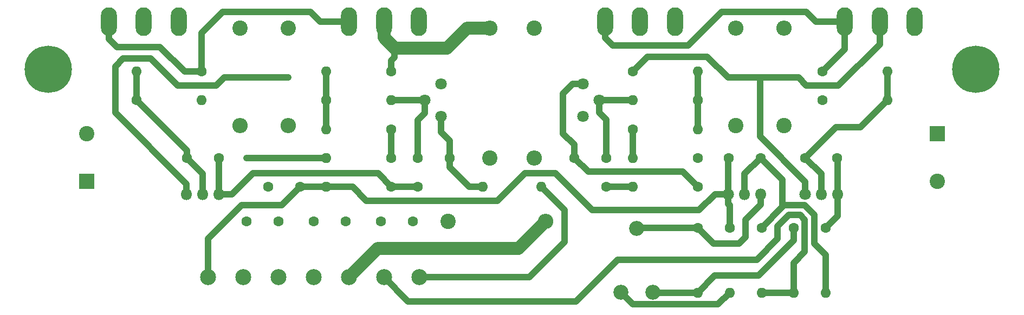
<source format=gbl>
G04 #@! TF.GenerationSoftware,KiCad,Pcbnew,(5.1.7)-1*
G04 #@! TF.CreationDate,2022-09-30T21:34:24+02:00*
G04 #@! TF.ProjectId,Endstufe,456e6473-7475-4666-952e-6b696361645f,rev?*
G04 #@! TF.SameCoordinates,Original*
G04 #@! TF.FileFunction,Copper,L2,Bot*
G04 #@! TF.FilePolarity,Positive*
%FSLAX46Y46*%
G04 Gerber Fmt 4.6, Leading zero omitted, Abs format (unit mm)*
G04 Created by KiCad (PCBNEW (5.1.7)-1) date 2022-09-30 21:34:24*
%MOMM*%
%LPD*%
G01*
G04 APERTURE LIST*
G04 #@! TA.AperFunction,ComponentPad*
%ADD10C,2.400000*%
G04 #@! TD*
G04 #@! TA.AperFunction,ComponentPad*
%ADD11O,2.400000X2.400000*%
G04 #@! TD*
G04 #@! TA.AperFunction,ComponentPad*
%ADD12C,2.500000*%
G04 #@! TD*
G04 #@! TA.AperFunction,ComponentPad*
%ADD13R,2.400000X2.400000*%
G04 #@! TD*
G04 #@! TA.AperFunction,ComponentPad*
%ADD14C,1.800000*%
G04 #@! TD*
G04 #@! TA.AperFunction,ComponentPad*
%ADD15O,1.800000X1.800000*%
G04 #@! TD*
G04 #@! TA.AperFunction,ComponentPad*
%ADD16C,1.600000*%
G04 #@! TD*
G04 #@! TA.AperFunction,ComponentPad*
%ADD17O,1.600000X1.600000*%
G04 #@! TD*
G04 #@! TA.AperFunction,ComponentPad*
%ADD18C,2.340000*%
G04 #@! TD*
G04 #@! TA.AperFunction,ComponentPad*
%ADD19O,2.500000X4.500000*%
G04 #@! TD*
G04 #@! TA.AperFunction,ComponentPad*
%ADD20C,7.400000*%
G04 #@! TD*
G04 #@! TA.AperFunction,ViaPad*
%ADD21C,1.000000*%
G04 #@! TD*
G04 #@! TA.AperFunction,Conductor*
%ADD22C,1.000000*%
G04 #@! TD*
G04 #@! TA.AperFunction,Conductor*
%ADD23C,2.000000*%
G04 #@! TD*
G04 APERTURE END LIST*
D10*
X92500000Y-58750000D03*
D11*
X107740000Y-58750000D03*
D12*
X88000000Y-67500000D03*
X82500000Y-67500000D03*
X77000000Y-67500000D03*
X71500000Y-67500000D03*
X66000000Y-67500000D03*
X60500000Y-67500000D03*
X55000000Y-67500000D03*
D13*
X169000000Y-45000000D03*
D10*
X169000000Y-52500000D03*
X67500000Y-28500000D03*
D11*
X67500000Y-43740000D03*
D10*
X60000000Y-28500000D03*
D11*
X60000000Y-43740000D03*
D10*
X145000000Y-43740000D03*
D11*
X145000000Y-28500000D03*
D10*
X137500000Y-43740000D03*
D11*
X137500000Y-28500000D03*
D13*
X36000000Y-52500000D03*
D10*
X36000000Y-45000000D03*
D14*
X148300000Y-54500000D03*
D15*
X150840000Y-54500000D03*
X153380000Y-54500000D03*
D14*
X136300000Y-54500000D03*
D15*
X138840000Y-54500000D03*
X141380000Y-54500000D03*
D16*
X153340000Y-48820000D03*
X148340000Y-48820000D03*
X83660000Y-53320000D03*
D17*
X73500000Y-53320000D03*
D16*
X87750000Y-53320000D03*
D17*
X97910000Y-53320000D03*
D16*
X51660000Y-48820000D03*
X56660000Y-48820000D03*
X69410000Y-53320000D03*
X64410000Y-53320000D03*
X71500000Y-58750000D03*
X76500000Y-58750000D03*
X66000000Y-58750000D03*
X61000000Y-58750000D03*
X131500000Y-53320000D03*
D17*
X121340000Y-53320000D03*
D16*
X117250000Y-53320000D03*
D17*
X107090000Y-53320000D03*
D16*
X82000000Y-58750000D03*
X87000000Y-58750000D03*
X141500000Y-59750000D03*
D17*
X141500000Y-69910000D03*
D16*
X136500000Y-59750000D03*
D17*
X136500000Y-69910000D03*
D16*
X146500000Y-59750000D03*
D17*
X146500000Y-69910000D03*
D16*
X131500000Y-59750000D03*
D17*
X131500000Y-69910000D03*
D18*
X119500000Y-69830000D03*
X122000000Y-59830000D03*
X124500000Y-69830000D03*
D16*
X141340000Y-48820000D03*
X136340000Y-48820000D03*
D14*
X88860000Y-39820000D03*
X91400000Y-42360000D03*
X91400000Y-37280000D03*
X116140000Y-39820000D03*
X113600000Y-37280000D03*
X113600000Y-42360000D03*
D16*
X83660000Y-35320000D03*
D17*
X73500000Y-35320000D03*
D16*
X83660000Y-44320000D03*
D17*
X73500000Y-44320000D03*
D16*
X73500000Y-39820000D03*
D17*
X83660000Y-39820000D03*
D16*
X121340000Y-35320000D03*
D17*
X131500000Y-35320000D03*
D16*
X121340000Y-44320000D03*
D17*
X131500000Y-44320000D03*
D16*
X131500000Y-39820000D03*
D17*
X121340000Y-39820000D03*
D16*
X83660000Y-48820000D03*
D17*
X73500000Y-48820000D03*
D16*
X131500000Y-48820000D03*
D17*
X121340000Y-48820000D03*
D16*
X87750000Y-48820000D03*
X92750000Y-48820000D03*
X117250000Y-48820000D03*
X112250000Y-48820000D03*
X54000000Y-35320000D03*
D17*
X43840000Y-35320000D03*
D16*
X43840000Y-39820000D03*
D17*
X54000000Y-39820000D03*
D16*
X151000000Y-35320000D03*
D17*
X161160000Y-35320000D03*
D16*
X151000000Y-39820000D03*
D17*
X161160000Y-39820000D03*
D16*
X151500000Y-59750000D03*
D17*
X151500000Y-69910000D03*
D15*
X51620000Y-54500000D03*
X54160000Y-54500000D03*
X56700000Y-54500000D03*
D10*
X99000000Y-48820000D03*
D11*
X99000000Y-28500000D03*
D10*
X106000000Y-28500000D03*
D11*
X106000000Y-48820000D03*
D19*
X77050000Y-27500000D03*
X82500000Y-27500000D03*
X87950000Y-27500000D03*
X39500000Y-27500000D03*
X44950000Y-27500000D03*
X50400000Y-27500000D03*
X154500000Y-27500000D03*
X159950000Y-27500000D03*
X165400000Y-27500000D03*
X117050000Y-27500000D03*
X122500000Y-27500000D03*
X127950000Y-27500000D03*
D20*
X175000000Y-35000000D03*
X30000000Y-35000000D03*
D21*
X61000000Y-48820000D03*
X67500000Y-36250000D03*
D22*
X117050000Y-30050000D02*
X117050000Y-27500000D01*
X118250000Y-31250000D02*
X117050000Y-30050000D01*
X154500000Y-27500000D02*
X154500000Y-31820000D01*
X154500000Y-31820000D02*
X151000000Y-35320000D01*
X154500000Y-27500000D02*
X150000000Y-27500000D01*
X150000000Y-27500000D02*
X148500000Y-26000000D01*
X137750000Y-26000000D02*
X135250000Y-26000000D01*
X135250000Y-26000000D02*
X130000000Y-31250000D01*
X130000000Y-31250000D02*
X118250000Y-31250000D01*
X148500000Y-26000000D02*
X137750000Y-26000000D01*
X39500000Y-30250000D02*
X39500000Y-27500000D01*
X40750000Y-31500000D02*
X39500000Y-30250000D01*
X54000000Y-29250000D02*
X54000000Y-35320000D01*
X57250000Y-26000000D02*
X54000000Y-29250000D01*
X71000000Y-26000000D02*
X57250000Y-26000000D01*
X72500000Y-27500000D02*
X71000000Y-26000000D01*
X77050000Y-27500000D02*
X72500000Y-27500000D01*
X51320000Y-35320000D02*
X47500000Y-31500000D01*
X54000000Y-35320000D02*
X51320000Y-35320000D01*
X47500000Y-31500000D02*
X40750000Y-31500000D01*
X73500000Y-48820000D02*
X61000000Y-48820000D01*
X121340000Y-44320000D02*
X121340000Y-48820000D01*
X83660000Y-44320000D02*
X83660000Y-48820000D01*
X131500000Y-35320000D02*
X131500000Y-44320000D01*
X121340000Y-35320000D02*
X123660000Y-33000000D01*
X159950000Y-31050000D02*
X153500000Y-37500000D01*
X159950000Y-27500000D02*
X159950000Y-31050000D01*
X153500000Y-37500000D02*
X148500000Y-37500000D01*
X148500000Y-37500000D02*
X147250000Y-36250000D01*
X136250000Y-36250000D02*
X133000000Y-33000000D01*
X133000000Y-33000000D02*
X123660000Y-33000000D01*
X141250000Y-36250000D02*
X136250000Y-36250000D01*
X147250000Y-36250000D02*
X141250000Y-36250000D01*
X148300000Y-52550000D02*
X148300000Y-54500000D01*
X141250000Y-45500000D02*
X148300000Y-52550000D01*
X141250000Y-36250000D02*
X141250000Y-45500000D01*
X73500000Y-35320000D02*
X73500000Y-44320000D01*
X46000000Y-33250000D02*
X50250000Y-37500000D01*
X41750000Y-33250000D02*
X46000000Y-33250000D01*
X40500000Y-34500000D02*
X41750000Y-33250000D01*
X40500000Y-41750000D02*
X40500000Y-34500000D01*
X51620000Y-52870000D02*
X40500000Y-41750000D01*
X51620000Y-54500000D02*
X51620000Y-52870000D01*
X67500000Y-36250000D02*
X57500000Y-36250000D01*
X56250000Y-37500000D02*
X50250000Y-37500000D01*
X57500000Y-36250000D02*
X56250000Y-37500000D01*
D23*
X82500000Y-27500000D02*
X82500000Y-30000000D01*
X95500000Y-28500000D02*
X99000000Y-28500000D01*
X84125000Y-31625000D02*
X82500000Y-30000000D01*
X92375000Y-31625000D02*
X84125000Y-31625000D01*
X92375000Y-31625000D02*
X95500000Y-28500000D01*
D22*
X83660000Y-35320000D02*
X83660000Y-33590000D01*
X84125000Y-33125000D02*
X84125000Y-31625000D01*
X83660000Y-33590000D02*
X84125000Y-33125000D01*
X138840000Y-51320000D02*
X141340000Y-48820000D01*
X138840000Y-54500000D02*
X138840000Y-51320000D01*
X151500000Y-69910000D02*
X151500000Y-64000000D01*
X143750000Y-51230000D02*
X141340000Y-48820000D01*
X149750000Y-62250000D02*
X149750000Y-57750000D01*
X151500000Y-64000000D02*
X149750000Y-62250000D01*
X149750000Y-57750000D02*
X148250000Y-56250000D01*
X148250000Y-56250000D02*
X144750000Y-56250000D01*
X144750000Y-52230000D02*
X143750000Y-51230000D01*
X144750000Y-56250000D02*
X144750000Y-52230000D01*
X144750000Y-56500000D02*
X141500000Y-59750000D01*
X144750000Y-56250000D02*
X144750000Y-56500000D01*
X121394990Y-71724990D02*
X119500000Y-69830000D01*
X134685010Y-71724990D02*
X121394990Y-71724990D01*
X136500000Y-69910000D02*
X134685010Y-71724990D01*
X122080000Y-59750000D02*
X122000000Y-59830000D01*
X131500000Y-59750000D02*
X122080000Y-59750000D01*
X131500000Y-59750000D02*
X134000000Y-62250000D01*
X134000000Y-62250000D02*
X138000000Y-62250000D01*
X138000000Y-62250000D02*
X139000000Y-61250000D01*
X139000000Y-61250000D02*
X139000000Y-58500000D01*
X141380000Y-56120000D02*
X141380000Y-54500000D01*
X139000000Y-58500000D02*
X141380000Y-56120000D01*
X124580000Y-69910000D02*
X124500000Y-69830000D01*
X131500000Y-69910000D02*
X124580000Y-69910000D01*
X146500000Y-61750000D02*
X146500000Y-59750000D01*
X141045000Y-67205000D02*
X146500000Y-61750000D01*
X134205000Y-67205000D02*
X141045000Y-67205000D01*
X131500000Y-69910000D02*
X134205000Y-67205000D01*
D23*
X77000000Y-67500000D02*
X81500000Y-63000000D01*
X103490000Y-63000000D02*
X107740000Y-58750000D01*
X81500000Y-63000000D02*
X103490000Y-63000000D01*
D22*
X117250000Y-53320000D02*
X121340000Y-53320000D01*
X88000000Y-67500000D02*
X105250000Y-67500000D01*
X105250000Y-67500000D02*
X110750000Y-62000000D01*
X110750000Y-56980000D02*
X107090000Y-53320000D01*
X110750000Y-62000000D02*
X110750000Y-56980000D01*
X146500000Y-69910000D02*
X141500000Y-69910000D01*
X146500000Y-65250000D02*
X146500000Y-69910000D01*
X148250000Y-63500000D02*
X146500000Y-65250000D01*
X148250000Y-58500000D02*
X148250000Y-63500000D01*
X147500000Y-57750000D02*
X148250000Y-58500000D01*
X145750000Y-57750000D02*
X147500000Y-57750000D01*
X144000000Y-59500000D02*
X145750000Y-57750000D01*
X140750000Y-64750000D02*
X144000000Y-61500000D01*
X144000000Y-61500000D02*
X144000000Y-59500000D01*
X82500000Y-67500000D02*
X86250000Y-71250000D01*
X86250000Y-71250000D02*
X112500000Y-71250000D01*
X119000000Y-64750000D02*
X140750000Y-64750000D01*
X112500000Y-71250000D02*
X119000000Y-64750000D01*
X136500000Y-59750000D02*
X136500000Y-56250000D01*
X136300000Y-56050000D02*
X136300000Y-54500000D01*
X136500000Y-56250000D02*
X136300000Y-56050000D01*
X136300000Y-48860000D02*
X136340000Y-48820000D01*
X136300000Y-54500000D02*
X136300000Y-48860000D01*
X69410000Y-53320000D02*
X73500000Y-53320000D01*
X73500000Y-53320000D02*
X77570000Y-53320000D01*
X77570000Y-53320000D02*
X79750000Y-55500000D01*
X136300000Y-54500000D02*
X134250000Y-54500000D01*
X131750000Y-57000000D02*
X115000000Y-57000000D01*
X134250000Y-54500000D02*
X131750000Y-57000000D01*
X115000000Y-57000000D02*
X109250000Y-51250000D01*
X109250000Y-51250000D02*
X104500000Y-51250000D01*
X100250000Y-55500000D02*
X79750000Y-55500000D01*
X104500000Y-51250000D02*
X100250000Y-55500000D01*
X66480000Y-56250000D02*
X69410000Y-53320000D01*
X60250000Y-56250000D02*
X66480000Y-56250000D01*
X55000000Y-61500000D02*
X60250000Y-56250000D01*
X55000000Y-67500000D02*
X55000000Y-61500000D01*
X43840000Y-35320000D02*
X43840000Y-39820000D01*
X54160000Y-51320000D02*
X51660000Y-48820000D01*
X54160000Y-54500000D02*
X54160000Y-51320000D01*
X51660000Y-47640000D02*
X43840000Y-39820000D01*
X51660000Y-48820000D02*
X51660000Y-47640000D01*
X87750000Y-53320000D02*
X83660000Y-53320000D01*
X56700000Y-48860000D02*
X56660000Y-48820000D01*
X56700000Y-54500000D02*
X56700000Y-48860000D01*
X56700000Y-54500000D02*
X58750000Y-54500000D01*
X58750000Y-54500000D02*
X62000000Y-51250000D01*
X81590000Y-51250000D02*
X83660000Y-53320000D01*
X62000000Y-51250000D02*
X81590000Y-51250000D01*
X153380000Y-48860000D02*
X153340000Y-48820000D01*
X153380000Y-54500000D02*
X153380000Y-48860000D01*
X153380000Y-57870000D02*
X151500000Y-59750000D01*
X153380000Y-54500000D02*
X153380000Y-57870000D01*
X161160000Y-35320000D02*
X161160000Y-39820000D01*
X150840000Y-51320000D02*
X148340000Y-48820000D01*
X150840000Y-54500000D02*
X150840000Y-51320000D01*
X148340000Y-48820000D02*
X153160000Y-44000000D01*
X156980000Y-44000000D02*
X161160000Y-39820000D01*
X153160000Y-44000000D02*
X156980000Y-44000000D01*
X121340000Y-39820000D02*
X116140000Y-39820000D01*
X117250000Y-48820000D02*
X117250000Y-42850000D01*
X116140000Y-41740000D02*
X116140000Y-39820000D01*
X117250000Y-42850000D02*
X116140000Y-41740000D01*
X112250000Y-48820000D02*
X112250000Y-46750000D01*
X112250000Y-46750000D02*
X110500000Y-45000000D01*
X110500000Y-45000000D02*
X110500000Y-38750000D01*
X111970000Y-37280000D02*
X113600000Y-37280000D01*
X110500000Y-38750000D02*
X111970000Y-37280000D01*
X112250000Y-48820000D02*
X114430000Y-51000000D01*
X129180000Y-51000000D02*
X131500000Y-53320000D01*
X114430000Y-51000000D02*
X129180000Y-51000000D01*
X88860000Y-39820000D02*
X83660000Y-39820000D01*
X87750000Y-48820000D02*
X87750000Y-42950000D01*
X88860000Y-41840000D02*
X88860000Y-39820000D01*
X87750000Y-42950000D02*
X88860000Y-41840000D01*
X92750000Y-48820000D02*
X92750000Y-46150000D01*
X91400000Y-44800000D02*
X91400000Y-42360000D01*
X92750000Y-46150000D02*
X91400000Y-44800000D01*
X97910000Y-53320000D02*
X95820000Y-53320000D01*
X92750000Y-50250000D02*
X92750000Y-48820000D01*
X95820000Y-53320000D02*
X92750000Y-50250000D01*
M02*

</source>
